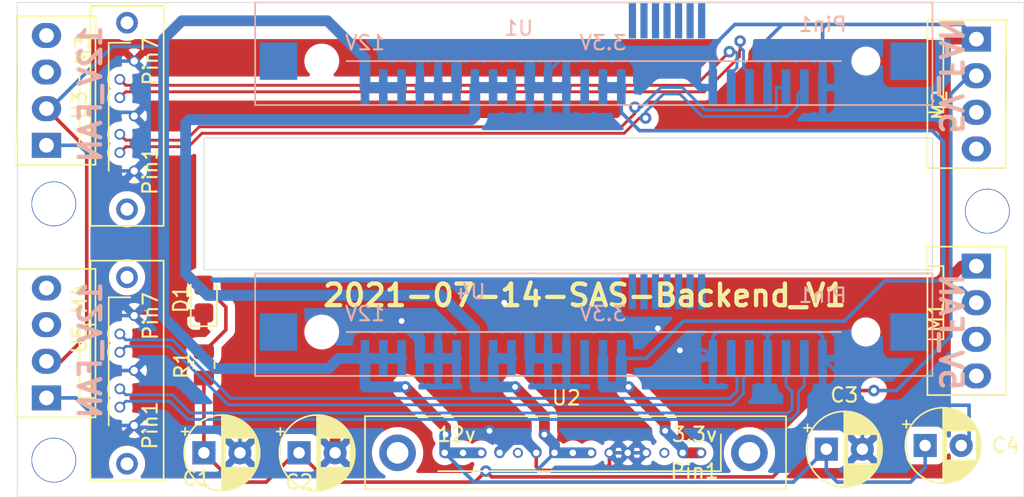
<source format=kicad_pcb>
(kicad_pcb (version 20171130) (host pcbnew "(5.1.10)-1")
  (layers (0 F.Cu signal) (31 B.Cu signal) (34 B.Paste user) (35 F.Paste user) (36 B.SilkS user) (37 F.SilkS user) (38 B.Mask user) (39 F.Mask user) (44 Edge.Cuts user))
  (net 0 "")
  (net 1 +12V)
  (net 2 GND)
  (net 3 +5V)
  (net 4 +3V3)
  (net 5 "Net-(D1-Pad2)")
  (net 6 /S1_TXD_P)
  (net 7 /S1_TXD_N)
  (net 8 /S1_RXD_N)
  (net 9 /S1_RXD_P)
  (net 10 /S2_TXD_P)
  (net 11 /S2_TXD_N)
  (net 12 /S2_RXD_N)
  (net 13 /S2_RXD_P)
  (module Capacitor_THT:CP_Radial_D5.0mm_P2.50mm (layer F.Cu) (at 44.704 64.262)
    (fp_text reference C1 (at -0.508 1.778) (layer F.SilkS))
    (fp_text value 220uF_16V)
    (pad 2 thru_hole circle (at 2.5 0) (size 1.6 1.6) (drill 0.8) (layers *.Cu *.Mask) (net 2 GND))
    (pad 1 thru_hole rect (at 0 0) (size 1.6 1.6) (drill 0.8) (layers *.Cu *.Mask) (net 3 +5V))
  )
  (module SATA:FanPinHeader_1x04_P2.54mm_Vertical (layer F.Cu) (at 33.782 60.452 90)
    (fp_text reference M4 (at 6.858 2.286 90) (layer F.SilkS))
    (fp_text value Fan_Tacho_PWM)
    (pad 1 thru_hole rect (at 0 0 180) (size 2.03 1.73) (drill 1.02) (layers *.Cu *.Mask) (net 2 GND))
    (pad 2 thru_hole oval (at 2.54 0 180) (size 2.03 1.73) (drill 1.02) (layers *.Cu *.Mask) (net 1 +12V))
    (pad 3 thru_hole oval (at 5.08 0 180) (size 2.03 1.73) (drill 1.02) (layers *.Cu *.Mask))
    (pad 4 thru_hole oval (at 7.62 0 180) (size 2.03 1.73) (drill 1.02) (layers *.Cu *.Mask))
  )
  (module SATA:FanPinHeader_1x04_P2.54mm_Vertical (layer F.Cu) (at 33.782 42.926 90)
    (fp_text reference M3 (at 6.604 2.54 90) (layer F.SilkS))
    (fp_text value Fan_Tacho_PWM)
    (pad 1 thru_hole rect (at 0 0 180) (size 2.03 1.73) (drill 1.02) (layers *.Cu *.Mask) (net 2 GND))
    (pad 2 thru_hole oval (at 2.54 0 180) (size 2.03 1.73) (drill 1.02) (layers *.Cu *.Mask) (net 1 +12V))
    (pad 3 thru_hole oval (at 5.08 0 180) (size 2.03 1.73) (drill 1.02) (layers *.Cu *.Mask))
    (pad 4 thru_hole oval (at 7.62 0 180) (size 2.03 1.73) (drill 1.02) (layers *.Cu *.Mask))
  )
  (module SATA:FanPinHeader_1x04_P2.54mm_Vertical (layer F.Cu) (at 98.298 35.56 270)
    (fp_text reference M2 (at 4.572 2.54 90) (layer F.SilkS))
    (fp_text value Fan_Tacho_PWM)
    (pad 1 thru_hole rect (at 0 0) (size 2.03 1.73) (drill 1.02) (layers *.Cu *.Mask) (net 2 GND))
    (pad 2 thru_hole oval (at 2.54 0) (size 2.03 1.73) (drill 1.02) (layers *.Cu *.Mask) (net 3 +5V))
    (pad 3 thru_hole oval (at 5.08 0) (size 2.03 1.73) (drill 1.02) (layers *.Cu *.Mask))
    (pad 4 thru_hole oval (at 7.62 0) (size 2.03 1.73) (drill 1.02) (layers *.Cu *.Mask))
  )
  (module SATA:FanPinHeader_1x04_P2.54mm_Vertical (layer F.Cu) (at 98.298 51.308 270)
    (fp_text reference M1 (at 3.556 2.794 90) (layer F.SilkS))
    (fp_text value Fan_Tacho_PWM)
    (pad 1 thru_hole rect (at 0 0) (size 2.03 1.73) (drill 1.02) (layers *.Cu *.Mask) (net 2 GND))
    (pad 2 thru_hole oval (at 2.54 0) (size 2.03 1.73) (drill 1.02) (layers *.Cu *.Mask) (net 3 +5V))
    (pad 3 thru_hole oval (at 5.08 0) (size 2.03 1.73) (drill 1.02) (layers *.Cu *.Mask))
    (pad 4 thru_hole oval (at 7.62 0) (size 2.03 1.73) (drill 1.02) (layers *.Cu *.Mask))
  )
  (module Resistor_SMD:R_0805_2012Metric (layer F.Cu) (at 44.704 58.166 90)
    (fp_text reference R1 (at 0 -1.524 90) (layer F.SilkS))
    (fp_text value 100R)
    (pad 2 smd roundrect (at 0.9125 0 90) (size 1.025 1.4) (layers F.Cu F.Paste F.Mask) (roundrect_rratio 0.2439014634146341) (net 5 "Net-(D1-Pad2)"))
    (pad 1 smd roundrect (at -0.9125 0 90) (size 1.025 1.4) (layers F.Cu F.Paste F.Mask) (roundrect_rratio 0.2439014634146341) (net 3 +5V))
  )
  (module LED_SMD:LED_0805_2012Metric_Castellated (layer F.Cu) (at 44.704 53.594 90)
    (fp_text reference D1 (at 0 -1.6 90) (layer F.SilkS))
    (fp_text value LED)
    (pad 2 smd roundrect (at 0.9625 0 90) (size 1.325 1.3) (layers F.Cu F.Paste F.Mask) (roundrect_rratio 0.1923076923076923) (net 5 "Net-(D1-Pad2)"))
    (pad 1 smd roundrect (at -0.9625 0 90) (size 1.325 1.3) (layers F.Cu F.Paste F.Mask) (roundrect_rratio 0.1923076923076923) (net 2 GND))
  )
  (module Capacitor_THT:CP_Radial_D5.0mm_P2.50mm (layer F.Cu) (at 94.742 63.754)
    (fp_text reference C4 (at 5.588 0) (layer F.SilkS))
    (fp_text value 47uF_35V)
    (pad 2 thru_hole circle (at 2.5 0) (size 1.6 1.6) (drill 0.8) (layers *.Cu *.Mask) (net 2 GND))
    (pad 1 thru_hole rect (at 0 0) (size 1.6 1.6) (drill 0.8) (layers *.Cu *.Mask) (net 1 +12V))
  )
  (module Capacitor_THT:CP_Radial_D5.0mm_P2.50mm (layer F.Cu) (at 87.884 64.008)
    (fp_text reference C3 (at 1.25 -3.75) (layer F.SilkS))
    (fp_text value 47uF_35V)
    (pad 2 thru_hole circle (at 2.5 0) (size 1.6 1.6) (drill 0.8) (layers *.Cu *.Mask) (net 2 GND))
    (pad 1 thru_hole rect (at 0 0) (size 1.6 1.6) (drill 0.8) (layers *.Cu *.Mask) (net 1 +12V))
  )
  (module Capacitor_THT:CP_Radial_D5.0mm_P2.50mm (layer F.Cu) (at 51.308 64.262)
    (fp_text reference C2 (at 0 2.032) (layer F.SilkS))
    (fp_text value 220uF_16V)
    (pad 2 thru_hole circle (at 2.5 0) (size 1.6 1.6) (drill 0.8) (layers *.Cu *.Mask) (net 2 GND))
    (pad 1 thru_hole rect (at 0 0) (size 1.6 1.6) (drill 0.8) (layers *.Cu *.Mask) (net 3 +5V))
  )
  (module SATA:SATA_POWER_DIP_15 (layer F.Cu) (at 82.55 64.262 180)
    (fp_text reference U2 (at 12.7 3.81) (layer F.SilkS))
    (fp_text value SATA_POWER_INPUT)
    (fp_text user Pin1 (at 3.81 -1.27) (layer F.SilkS))
    (fp_text user 12v (at 20.32 1.27) (layer F.SilkS))
    (fp_text user 3.3v (at 3.81 1.27) (layer F.SilkS))
    (pad 14 thru_hole circle (at 19.87 0 180) (size 0.7 0.7) (drill 0.45) (layers *.Cu *.Mask) (net 1 +12V))
    (pad 13 thru_hole circle (at 18.6 0 180) (size 0.7 0.7) (drill 0.45) (layers *.Cu *.Mask) (net 1 +12V))
    (pad 15 thru_hole circle (at 21.14 0 180) (size 0.7 0.7) (drill 0.45) (layers *.Cu *.Mask) (net 1 +12V))
    (pad 10 thru_hole circle (at 14.79 0 180) (size 0.7 0.7) (drill 0.45) (layers *.Cu *.Mask) (net 2 GND))
    (pad 12 thru_hole circle (at 17.33 0 180) (size 0.7 0.7) (drill 0.45) (layers *.Cu *.Mask) (net 2 GND))
    (pad 11 thru_hole circle (at 16.06 0 180) (size 0.7 0.7) (drill 0.45) (layers *.Cu *.Mask))
    (pad 9 thru_hole circle (at 13.52 0 180) (size 0.7 0.7) (drill 0.45) (layers *.Cu *.Mask) (net 3 +5V))
    (pad 8 thru_hole circle (at 12.25 0 180) (size 0.7 0.7) (drill 0.45) (layers *.Cu *.Mask) (net 3 +5V))
    (pad 7 thru_hole circle (at 10.98 0 180) (size 0.7 0.7) (drill 0.45) (layers *.Cu *.Mask) (net 3 +5V))
    (pad 6 thru_hole circle (at 9.71 0 180) (size 0.7 0.7) (drill 0.45) (layers *.Cu *.Mask) (net 2 GND))
    (pad 5 thru_hole circle (at 8.44 0 180) (size 0.7 0.7) (drill 0.45) (layers *.Cu *.Mask) (net 2 GND))
    (pad 4 thru_hole circle (at 7.17 0 180) (size 0.7 0.7) (drill 0.45) (layers *.Cu *.Mask) (net 2 GND))
    (pad 3 thru_hole circle (at 5.9 0 180) (size 0.7 0.7) (drill 0.45) (layers *.Cu *.Mask))
    (pad 2 thru_hole circle (at 4.63 0 180) (size 0.7 0.7) (drill 0.45) (layers *.Cu *.Mask) (net 4 +3V3))
    (pad 1 thru_hole circle (at 3.36 0 180) (size 0.7 0.7) (drill 0.45) (layers *.Cu *.Mask) (net 4 +3V3))
    (pad "" np_thru_hole circle (at 24.4094 0 180) (size 2.54 2.54) (drill 1.5) (layers *.Cu *.Mask))
    (pad "" np_thru_hole circle (at 0 0 180) (size 2.54 2.54) (drill 1.5) (layers *.Cu *.Mask))
  )
  (module SATA:SATA_DATA_DIP_A_7 (layer F.Cu) (at 39.37 62.364 90)
    (fp_text reference U5 (at 5.976 -3.302 90) (layer F.SilkS))
    (fp_text value SATA_DATA_7)
    (fp_text user Pin7 (at 7.5946 1.6256 90) (layer F.SilkS))
    (fp_text user Pin1 (at 0 1.6002 90) (layer F.SilkS))
    (pad "" np_thru_hole circle (at 10.28 0 90) (size 1.5 1.5) (drill 0.9) (layers *.Cu *.Mask))
    (pad "" np_thru_hole circle (at -2.66 0 90) (size 1.5 1.5) (drill 0.9) (layers *.Cu *.Mask))
    (pad 7 thru_hole circle (at 7.62 0.5 90) (size 0.75 0.75) (drill 0.5) (layers *.Cu *.Mask) (net 2 GND))
    (pad 6 thru_hole circle (at 6.35 -0.5 90) (size 0.75 0.75) (drill 0.5) (layers *.Cu *.Mask) (net 13 /S2_RXD_P))
    (pad 5 thru_hole circle (at 5.08 -0.5 90) (size 0.75 0.75) (drill 0.5) (layers *.Cu *.Mask) (net 12 /S2_RXD_N))
    (pad 4 thru_hole circle (at 3.81 0.5 90) (size 0.75 0.75) (drill 0.5) (layers *.Cu *.Mask) (net 2 GND))
    (pad 3 thru_hole circle (at 2.54 -0.5 90) (size 0.75 0.75) (drill 0.5) (layers *.Cu *.Mask) (net 11 /S2_TXD_N))
    (pad 2 thru_hole circle (at 1.27 -0.5 90) (size 0.75 0.75) (drill 0.5) (layers *.Cu *.Mask) (net 10 /S2_TXD_P))
    (pad 1 thru_hole circle (at 0 0.5 90) (size 0.75 0.75) (drill 0.5) (layers *.Cu *.Mask) (net 2 GND))
  )
  (module SATA:SATA_DATA_DIP_A_7 (layer F.Cu) (at 39.37 44.704 90)
    (fp_text reference U3 (at 4.572 -3.302 90) (layer F.SilkS))
    (fp_text value SATA_DATA_7)
    (fp_text user Pin7 (at 7.5946 1.6256 90) (layer F.SilkS))
    (fp_text user Pin1 (at 0 1.6002 90) (layer F.SilkS))
    (pad "" np_thru_hole circle (at 10.28 0 90) (size 1.5 1.5) (drill 0.9) (layers *.Cu *.Mask))
    (pad "" np_thru_hole circle (at -2.66 0 90) (size 1.5 1.5) (drill 0.9) (layers *.Cu *.Mask))
    (pad 7 thru_hole circle (at 7.62 0.5 90) (size 0.75 0.75) (drill 0.5) (layers *.Cu *.Mask) (net 2 GND))
    (pad 6 thru_hole circle (at 6.35 -0.5 90) (size 0.75 0.75) (drill 0.5) (layers *.Cu *.Mask) (net 9 /S1_RXD_P))
    (pad 5 thru_hole circle (at 5.08 -0.5 90) (size 0.75 0.75) (drill 0.5) (layers *.Cu *.Mask) (net 8 /S1_RXD_N))
    (pad 4 thru_hole circle (at 3.81 0.5 90) (size 0.75 0.75) (drill 0.5) (layers *.Cu *.Mask) (net 2 GND))
    (pad 3 thru_hole circle (at 2.54 -0.5 90) (size 0.75 0.75) (drill 0.5) (layers *.Cu *.Mask) (net 7 /S1_TXD_N))
    (pad 2 thru_hole circle (at 1.27 -0.5 90) (size 0.75 0.75) (drill 0.5) (layers *.Cu *.Mask) (net 6 /S1_TXD_P))
    (pad 1 thru_hole circle (at 0 0.5 90) (size 0.75 0.75) (drill 0.5) (layers *.Cu *.Mask) (net 2 GND))
  )
  (module SATA:SAS_SMD_29P (layer B.Cu) (at 55.88 55.88)
    (fp_text reference U4 (at 7.366 -2.794) (layer B.SilkS) (effects (justify mirror)))
    (fp_text value SAS_29)
    (fp_text user 12V (at 0 -1.27) (layer B.SilkS) (effects (justify mirror)))
    (fp_text user 3.3V (at 16.51 -1.27) (layer B.SilkS) (effects (justify mirror)))
    (fp_text user Pin1 (at 31.75 -2.54) (layer B.SilkS) (effects (justify mirror)))
    (pad "" smd rect (at 37.75 0) (size 2.6 2.6) (layers B.Cu B.Paste B.Mask))
    (pad "" smd rect (at -6 0) (size 2.6 2.6) (layers B.Cu B.Paste B.Mask))
    (pad "" np_thru_hole circle (at 34.75 0) (size 1 1) (drill 1) (layers *.Cu *.Mask))
    (pad "" np_thru_hole circle (at -3 0) (size 1.4 1.4) (drill 1.4) (layers *.Cu *.Mask))
    (pad 1 smd rect (at 31.75 1.83) (size 0.6 2.53) (layers B.Cu B.Paste B.Mask) (net 2 GND))
    (pad 2 smd rect (at 30.48 1.83) (size 0.6 2.53) (layers B.Cu B.Paste B.Mask) (net 10 /S2_TXD_P))
    (pad 3 smd rect (at 29.21 1.83) (size 0.6 2.53) (layers B.Cu B.Paste B.Mask) (net 11 /S2_TXD_N))
    (pad 4 smd rect (at 27.94 1.83) (size 0.6 2.53) (layers B.Cu B.Paste B.Mask) (net 2 GND))
    (pad 5 smd rect (at 26.67 1.83) (size 0.6 2.53) (layers B.Cu B.Paste B.Mask) (net 12 /S2_RXD_N))
    (pad 6 smd rect (at 25.4 1.83) (size 0.6 2.53) (layers B.Cu B.Paste B.Mask) (net 13 /S2_RXD_P))
    (pad 7 smd rect (at 24.13 1.83) (size 0.6 2.53) (layers B.Cu B.Paste B.Mask) (net 2 GND))
    (pad 8 smd rect (at 23.355 -2.84) (size 0.5 2.53) (layers B.Cu B.Paste B.Mask))
    (pad 9 smd rect (at 22.555 -2.84) (size 0.5 2.53) (layers B.Cu B.Paste B.Mask))
    (pad 10 smd rect (at 21.755 -2.84) (size 0.5 2.53) (layers B.Cu B.Paste B.Mask))
    (pad 11 smd rect (at 20.955 -2.84) (size 0.5 2.53) (layers B.Cu B.Paste B.Mask))
    (pad 12 smd rect (at 20.155 -2.84) (size 0.5 2.53) (layers B.Cu B.Paste B.Mask))
    (pad 13 smd rect (at 19.355 -2.84) (size 0.5 2.53) (layers B.Cu B.Paste B.Mask))
    (pad 14 smd rect (at 18.555 -2.84) (size 0.5 2.53) (layers B.Cu B.Paste B.Mask))
    (pad 15 smd rect (at 17.78 1.83) (size 0.6 2.53) (layers B.Cu B.Paste B.Mask) (net 4 +3V3))
    (pad 16 smd rect (at 16.51 1.83) (size 0.6 2.53) (layers B.Cu B.Paste B.Mask) (net 4 +3V3))
    (pad 17 smd rect (at 15.24 1.83) (size 0.6 2.53) (layers B.Cu B.Paste B.Mask))
    (pad 18 smd rect (at 13.97 1.83) (size 0.6 2.53) (layers B.Cu B.Paste B.Mask) (net 2 GND))
    (pad 19 smd rect (at 12.7 1.83) (size 0.6 2.53) (layers B.Cu B.Paste B.Mask) (net 2 GND))
    (pad 20 smd rect (at 11.43 1.83) (size 0.6 2.53) (layers B.Cu B.Paste B.Mask) (net 2 GND))
    (pad 21 smd rect (at 10.16 1.83) (size 0.6 2.53) (layers B.Cu B.Paste B.Mask) (net 3 +5V))
    (pad 22 smd rect (at 8.89 1.83) (size 0.6 2.53) (layers B.Cu B.Paste B.Mask) (net 3 +5V))
    (pad 23 smd rect (at 7.62 1.83) (size 0.6 2.53) (layers B.Cu B.Paste B.Mask) (net 3 +5V))
    (pad 24 smd rect (at 6.35 1.83) (size 0.6 2.53) (layers B.Cu B.Paste B.Mask) (net 2 GND))
    (pad 25 smd rect (at 5.08 1.83) (size 0.6 2.53) (layers B.Cu B.Paste B.Mask) (net 2 GND))
    (pad 26 smd rect (at 3.81 1.83) (size 0.6 2.53) (layers B.Cu B.Paste B.Mask) (net 2 GND))
    (pad 27 smd rect (at 2.54 1.83) (size 0.6 2.53) (layers B.Cu B.Paste B.Mask) (net 1 +12V))
    (pad 28 smd rect (at 1.27 1.83) (size 0.6 2.53) (layers B.Cu B.Paste B.Mask) (net 1 +12V))
    (pad 29 smd rect (at 0 1.83) (size 0.6 2.53) (layers B.Cu B.Paste B.Mask) (net 1 +12V))
  )
  (module SATA:SAS_SMD_29P (layer B.Cu) (at 55.88 37.084)
    (fp_text reference U1 (at 10.668 -2.286) (layer B.SilkS) (effects (justify mirror)))
    (fp_text value SAS_29)
    (fp_text user 12V (at 0 -1.27) (layer B.SilkS) (effects (justify mirror)))
    (fp_text user 3.3V (at 16.51 -1.27) (layer B.SilkS) (effects (justify mirror)))
    (fp_text user Pin1 (at 31.75 -2.54) (layer B.SilkS) (effects (justify mirror)))
    (pad "" smd rect (at 37.75 0) (size 2.6 2.6) (layers B.Cu B.Paste B.Mask))
    (pad "" smd rect (at -6 0) (size 2.6 2.6) (layers B.Cu B.Paste B.Mask))
    (pad "" np_thru_hole circle (at 34.75 0) (size 1 1) (drill 1) (layers *.Cu *.Mask))
    (pad "" np_thru_hole circle (at -3 0) (size 1.4 1.4) (drill 1.4) (layers *.Cu *.Mask))
    (pad 1 smd rect (at 31.75 1.83) (size 0.6 2.53) (layers B.Cu B.Paste B.Mask) (net 2 GND))
    (pad 2 smd rect (at 30.48 1.83) (size 0.6 2.53) (layers B.Cu B.Paste B.Mask) (net 6 /S1_TXD_P))
    (pad 3 smd rect (at 29.21 1.83) (size 0.6 2.53) (layers B.Cu B.Paste B.Mask) (net 7 /S1_TXD_N))
    (pad 4 smd rect (at 27.94 1.83) (size 0.6 2.53) (layers B.Cu B.Paste B.Mask) (net 2 GND))
    (pad 5 smd rect (at 26.67 1.83) (size 0.6 2.53) (layers B.Cu B.Paste B.Mask) (net 8 /S1_RXD_N))
    (pad 6 smd rect (at 25.4 1.83) (size 0.6 2.53) (layers B.Cu B.Paste B.Mask) (net 9 /S1_RXD_P))
    (pad 7 smd rect (at 24.13 1.83) (size 0.6 2.53) (layers B.Cu B.Paste B.Mask) (net 2 GND))
    (pad 8 smd rect (at 23.355 -2.84) (size 0.5 2.53) (layers B.Cu B.Paste B.Mask))
    (pad 9 smd rect (at 22.555 -2.84) (size 0.5 2.53) (layers B.Cu B.Paste B.Mask))
    (pad 10 smd rect (at 21.755 -2.84) (size 0.5 2.53) (layers B.Cu B.Paste B.Mask))
    (pad 11 smd rect (at 20.955 -2.84) (size 0.5 2.53) (layers B.Cu B.Paste B.Mask))
    (pad 12 smd rect (at 20.155 -2.84) (size 0.5 2.53) (layers B.Cu B.Paste B.Mask))
    (pad 13 smd rect (at 19.355 -2.84) (size 0.5 2.53) (layers B.Cu B.Paste B.Mask))
    (pad 14 smd rect (at 18.555 -2.84) (size 0.5 2.53) (layers B.Cu B.Paste B.Mask))
    (pad 15 smd rect (at 17.78 1.83) (size 0.6 2.53) (layers B.Cu B.Paste B.Mask) (net 4 +3V3))
    (pad 16 smd rect (at 16.51 1.83) (size 0.6 2.53) (layers B.Cu B.Paste B.Mask) (net 4 +3V3))
    (pad 17 smd rect (at 15.24 1.83) (size 0.6 2.53) (layers B.Cu B.Paste B.Mask))
    (pad 18 smd rect (at 13.97 1.83) (size 0.6 2.53) (layers B.Cu B.Paste B.Mask) (net 2 GND))
    (pad 19 smd rect (at 12.7 1.83) (size 0.6 2.53) (layers B.Cu B.Paste B.Mask) (net 2 GND))
    (pad 20 smd rect (at 11.43 1.83) (size 0.6 2.53) (layers B.Cu B.Paste B.Mask) (net 2 GND))
    (pad 21 smd rect (at 10.16 1.83) (size 0.6 2.53) (layers B.Cu B.Paste B.Mask) (net 3 +5V))
    (pad 22 smd rect (at 8.89 1.83) (size 0.6 2.53) (layers B.Cu B.Paste B.Mask) (net 3 +5V))
    (pad 23 smd rect (at 7.62 1.83) (size 0.6 2.53) (layers B.Cu B.Paste B.Mask) (net 3 +5V))
    (pad 24 smd rect (at 6.35 1.83) (size 0.6 2.53) (layers B.Cu B.Paste B.Mask) (net 2 GND))
    (pad 25 smd rect (at 5.08 1.83) (size 0.6 2.53) (layers B.Cu B.Paste B.Mask) (net 2 GND))
    (pad 26 smd rect (at 3.81 1.83) (size 0.6 2.53) (layers B.Cu B.Paste B.Mask) (net 2 GND))
    (pad 27 smd rect (at 2.54 1.83) (size 0.6 2.53) (layers B.Cu B.Paste B.Mask) (net 1 +12V))
    (pad 28 smd rect (at 1.27 1.83) (size 0.6 2.53) (layers B.Cu B.Paste B.Mask) (net 1 +12V))
    (pad 29 smd rect (at 0 1.83) (size 0.6 2.53) (layers B.Cu B.Paste B.Mask) (net 1 +12V))
  )
  (gr_text 2021-07-14-SAS-Backend_V1 (at 71.12 53.34) (layer F.SilkS) (effects (font (size 1.5 1.5) (thickness 0.3))))
  (gr_text 12V_FAN (at 36.83 39.37 90) (layer B.SilkS) (effects (font (size 1.5 1.5) (thickness 0.3)) (justify mirror)))
  (gr_text 12V_FAN (at 36.83 57.15 90) (layer B.SilkS) (effects (font (size 1.5 1.5) (thickness 0.3)) (justify mirror)))
  (gr_text 5V_FAN (at 96.52 55.88 -90) (layer B.SilkS) (effects (font (size 1.5 1.5) (thickness 0.3)) (justify mirror)))
  (gr_text 5V_FAN (at 96.52 38.1 -90) (layer B.SilkS) (effects (font (size 1.5 1.5) (thickness 0.3)) (justify mirror)))
  (gr_line (start 44.704 42.418) (end 44.704 42.418) (layer Edge.Cuts) (width 0.05))
  (gr_line (start 95.25 42.418) (end 44.704 42.418) (layer Edge.Cuts) (width 0.05))
  (gr_line (start 95.25 51.562) (end 95.25 42.418) (layer Edge.Cuts) (width 0.05))
  (gr_line (start 44.704 51.562) (end 95.25 51.562) (layer Edge.Cuts) (width 0.05))
  (gr_line (start 44.704 42.418) (end 44.704 51.562) (layer Edge.Cuts) (width 0.05))
  (gr_line (start 31.75 67.31) (end 101.6 67.31) (layer Edge.Cuts) (width 0.05))
  (gr_line (start 101.6 33.02) (end 31.75 33.02) (layer Edge.Cuts) (width 0.05))
  (gr_line (start 101.6 67.31) (end 101.6 33.02) (layer Edge.Cuts) (width 0.05))
  (gr_line (start 31.75 33.02) (end 31.75 67.31) (layer Edge.Cuts) (width 0.05))
  (via (at 34.29 46.99) (size 3.1) (drill 3) (layers F.Cu B.Cu) (net 0))
  (via (at 99.06 47.498) (size 3.1) (drill 3) (layers F.Cu B.Cu) (net 0))
  (via (at 34.29 64.77) (size 3.1) (drill 3) (layers F.Cu B.Cu) (net 0))
  (segment (start 61.41 64.262) (end 62.68 64.262) (width 0.75) (layer B.Cu) (net 1))
  (segment (start 62.68 64.262) (end 63.95 64.262) (width 0.75) (layer B.Cu) (net 1))
  (via (at 61.468 62.992) (size 0.8) (drill 0.4) (layers F.Cu B.Cu) (net 1))
  (segment (start 61.41 63.05) (end 61.468 62.992) (width 0.75) (layer B.Cu) (net 1))
  (segment (start 61.41 64.262) (end 61.41 63.05) (width 0.75) (layer B.Cu) (net 1))
  (via (at 58.674 59.69) (size 0.8) (drill 0.4) (layers F.Cu B.Cu) (net 1))
  (segment (start 61.468 62.484) (end 58.674 59.69) (width 0.75) (layer F.Cu) (net 1))
  (segment (start 61.468 62.992) (end 61.468 62.484) (width 0.75) (layer F.Cu) (net 1))
  (segment (start 55.88 59.69) (end 55.88 57.71) (width 0.75) (layer B.Cu) (net 1))
  (segment (start 58.674 59.69) (end 55.88 59.69) (width 0.75) (layer B.Cu) (net 1))
  (segment (start 55.88 57.71) (end 57.15 57.71) (width 0.75) (layer B.Cu) (net 1))
  (segment (start 57.15 57.71) (end 58.42 57.71) (width 0.75) (layer B.Cu) (net 1))
  (segment (start 61.41 64.262) (end 63.442 66.294) (width 0.25) (layer B.Cu) (net 1))
  (segment (start 85.598 66.294) (end 87.884 64.008) (width 0.25) (layer B.Cu) (net 1))
  (segment (start 63.442 66.294) (end 85.598 66.294) (width 0.25) (layer B.Cu) (net 1))
  (segment (start 87.884 64.008) (end 87.884 65.532) (width 0.25) (layer B.Cu) (net 1))
  (segment (start 87.884 65.532) (end 88.646 66.294) (width 0.25) (layer B.Cu) (net 1))
  (segment (start 88.646 66.294) (end 93.726 66.294) (width 0.25) (layer B.Cu) (net 1))
  (segment (start 94.742 65.278) (end 94.742 63.754) (width 0.25) (layer B.Cu) (net 1))
  (segment (start 93.726 66.294) (end 94.742 65.278) (width 0.25) (layer B.Cu) (net 1))
  (segment (start 55.88 57.71) (end 54.05 57.71) (width 0.75) (layer B.Cu) (net 1))
  (segment (start 54.05 57.71) (end 53.34 58.42) (width 0.75) (layer B.Cu) (net 1))
  (segment (start 45.468808 58.42) (end 41.91 54.861192) (width 0.75) (layer B.Cu) (net 1))
  (segment (start 53.34 58.42) (end 45.468808 58.42) (width 0.75) (layer B.Cu) (net 1))
  (segment (start 41.91 35.56) (end 43.18 34.29) (width 0.75) (layer B.Cu) (net 1))
  (segment (start 55.88 36.899) (end 55.88 38.914) (width 0.75) (layer B.Cu) (net 1))
  (segment (start 53.271 34.29) (end 55.88 36.899) (width 0.75) (layer B.Cu) (net 1))
  (segment (start 43.18 34.29) (end 53.271 34.29) (width 0.75) (layer B.Cu) (net 1))
  (segment (start 55.88 38.914) (end 57.15 38.914) (width 0.75) (layer B.Cu) (net 1))
  (segment (start 57.15 38.914) (end 58.42 38.914) (width 0.75) (layer B.Cu) (net 1))
  (segment (start 33.782 40.386) (end 34.036 40.386) (width 0.25) (layer B.Cu) (net 1))
  (segment (start 34.036 40.386) (end 38.354 36.068) (width 0.25) (layer B.Cu) (net 1))
  (segment (start 41.91 36.068) (end 41.91 35.56) (width 0.75) (layer B.Cu) (net 1))
  (segment (start 38.354 36.068) (end 41.91 36.068) (width 0.25) (layer B.Cu) (net 1))
  (segment (start 41.91 54.861192) (end 41.91 36.068) (width 0.75) (layer B.Cu) (net 1))
  (segment (start 33.782 57.912) (end 34.036 57.912) (width 0.25) (layer B.Cu) (net 1))
  (segment (start 33.782 57.912) (end 34.798 57.912) (width 0.25) (layer F.Cu) (net 1))
  (segment (start 34.798 57.912) (end 36.576 56.134) (width 0.25) (layer F.Cu) (net 1))
  (segment (start 36.576 43.18) (end 33.782 40.386) (width 0.25) (layer F.Cu) (net 1))
  (segment (start 36.576 56.134) (end 36.576 43.18) (width 0.25) (layer F.Cu) (net 1))
  (segment (start 80.01 56.195) (end 80.325 55.88) (width 0.25) (layer B.Cu) (net 2))
  (segment (start 80.01 57.71) (end 80.01 56.195) (width 0.25) (layer B.Cu) (net 2))
  (segment (start 83.505 55.88) (end 83.82 56.195) (width 0.25) (layer B.Cu) (net 2))
  (segment (start 80.325 55.88) (end 83.505 55.88) (width 0.25) (layer B.Cu) (net 2))
  (segment (start 83.82 56.195) (end 83.82 57.71) (width 0.25) (layer B.Cu) (net 2))
  (segment (start 83.82 56.195) (end 84.135 55.88) (width 0.25) (layer B.Cu) (net 2))
  (segment (start 87.63 56.195) (end 87.63 57.71) (width 0.25) (layer B.Cu) (net 2))
  (segment (start 87.315 55.88) (end 87.63 56.195) (width 0.25) (layer B.Cu) (net 2))
  (segment (start 84.135 55.88) (end 87.315 55.88) (width 0.25) (layer B.Cu) (net 2))
  (segment (start 72.84 64.262) (end 74.11 64.262) (width 0.25) (layer B.Cu) (net 2))
  (segment (start 74.11 64.262) (end 75.38 64.262) (width 0.25) (layer B.Cu) (net 2))
  (segment (start 90.384 60.464) (end 87.63 57.71) (width 0.25) (layer B.Cu) (net 2))
  (segment (start 90.384 64.008) (end 90.384 60.464) (width 0.25) (layer B.Cu) (net 2))
  (segment (start 97.79 63.206) (end 97.242 63.754) (width 0.25) (layer B.Cu) (net 2))
  (segment (start 97.79 60.96) (end 97.79 63.206) (width 0.25) (layer B.Cu) (net 2))
  (segment (start 91.44 60.96) (end 97.79 60.96) (width 0.25) (layer B.Cu) (net 2))
  (segment (start 90.384 62.016) (end 91.44 60.96) (width 0.25) (layer B.Cu) (net 2))
  (segment (start 90.384 64.008) (end 90.384 62.016) (width 0.25) (layer B.Cu) (net 2))
  (segment (start 59.69 38.914) (end 60.96 38.914) (width 0.75) (layer B.Cu) (net 2))
  (segment (start 60.96 38.914) (end 62.23 38.914) (width 0.75) (layer B.Cu) (net 2))
  (segment (start 68.58 38.914) (end 69.85 38.914) (width 0.75) (layer B.Cu) (net 2))
  (segment (start 67.31 38.914) (end 68.58 38.914) (width 0.75) (layer B.Cu) (net 2))
  (segment (start 59.69 57.71) (end 60.96 57.71) (width 0.75) (layer B.Cu) (net 2))
  (segment (start 60.96 57.71) (end 62.23 57.71) (width 0.75) (layer B.Cu) (net 2))
  (segment (start 67.31 57.71) (end 68.58 57.71) (width 0.75) (layer B.Cu) (net 2))
  (segment (start 68.58 57.71) (end 69.544 57.71) (width 0.75) (layer B.Cu) (net 2))
  (segment (start 69.544 57.71) (end 69.85 57.71) (width 0.25) (layer B.Cu) (net 2))
  (segment (start 62.23 38.914) (end 62.23 36.576) (width 0.75) (layer B.Cu) (net 2))
  (segment (start 62.23 36.576) (end 62.738 36.068) (width 0.75) (layer B.Cu) (net 2))
  (segment (start 67.31 36.899) (end 67.31 38.914) (width 0.75) (layer B.Cu) (net 2))
  (segment (start 66.479 36.068) (end 67.31 36.899) (width 0.75) (layer B.Cu) (net 2))
  (segment (start 62.738 36.068) (end 66.479 36.068) (width 0.75) (layer B.Cu) (net 2))
  (segment (start 79.502 36.576) (end 81.534 34.544) (width 0.25) (layer B.Cu) (net 2))
  (segment (start 97.282 34.544) (end 98.298 35.56) (width 0.25) (layer B.Cu) (net 2))
  (segment (start 69.85 36.576) (end 79.502 36.576) (width 0.25) (layer B.Cu) (net 2))
  (segment (start 68.58 37.846) (end 69.85 36.576) (width 0.25) (layer B.Cu) (net 2))
  (segment (start 68.58 38.914) (end 68.58 37.846) (width 0.25) (layer B.Cu) (net 2))
  (segment (start 87.63 38.914) (end 87.63 34.798) (width 0.25) (layer B.Cu) (net 2))
  (segment (start 87.63 34.798) (end 87.884 34.544) (width 0.25) (layer B.Cu) (net 2))
  (segment (start 87.884 34.544) (end 97.282 34.544) (width 0.25) (layer B.Cu) (net 2))
  (segment (start 83.82 35.56) (end 84.836 34.544) (width 0.25) (layer B.Cu) (net 2))
  (segment (start 83.82 38.914) (end 83.82 35.56) (width 0.25) (layer B.Cu) (net 2))
  (segment (start 84.836 34.544) (end 87.884 34.544) (width 0.25) (layer B.Cu) (net 2))
  (segment (start 81.534 34.544) (end 84.836 34.544) (width 0.25) (layer B.Cu) (net 2))
  (segment (start 80.01 37.084) (end 79.502 36.576) (width 0.25) (layer B.Cu) (net 2))
  (segment (start 80.01 38.914) (end 80.01 37.084) (width 0.25) (layer B.Cu) (net 2))
  (via (at 58.42 55.118) (size 0.8) (drill 0.4) (layers F.Cu B.Cu) (net 2))
  (segment (start 59.69 56.388) (end 58.42 55.118) (width 0.75) (layer B.Cu) (net 2))
  (segment (start 59.69 57.71) (end 59.69 56.388) (width 0.75) (layer B.Cu) (net 2))
  (segment (start 53.808 59.73) (end 53.808 64.262) (width 0.75) (layer F.Cu) (net 2))
  (segment (start 58.42 55.118) (end 53.808 59.73) (width 0.75) (layer F.Cu) (net 2))
  (segment (start 67.31 57.71) (end 67.31 55.626) (width 0.75) (layer B.Cu) (net 2))
  (via (at 65.532 53.848) (size 0.8) (drill 0.4) (layers F.Cu B.Cu) (net 2))
  (segment (start 67.31 55.626) (end 65.532 53.848) (width 0.75) (layer B.Cu) (net 2))
  (segment (start 64.262 55.118) (end 58.42 55.118) (width 0.75) (layer F.Cu) (net 2))
  (segment (start 65.532 53.848) (end 64.262 55.118) (width 0.75) (layer F.Cu) (net 2))
  (segment (start 39.87 37.084) (end 38.354 37.084) (width 0.25) (layer B.Cu) (net 2))
  (segment (start 38.354 37.084) (end 37.084 38.354) (width 0.25) (layer B.Cu) (net 2))
  (segment (start 37.084 38.354) (end 37.084 40.64) (width 0.25) (layer B.Cu) (net 2))
  (segment (start 39.616 40.64) (end 39.87 40.894) (width 0.25) (layer B.Cu) (net 2))
  (segment (start 37.084 40.64) (end 39.616 40.64) (width 0.25) (layer B.Cu) (net 2))
  (segment (start 37.084 40.64) (end 37.084 43.942) (width 0.25) (layer B.Cu) (net 2))
  (segment (start 37.846 44.704) (end 39.87 44.704) (width 0.25) (layer B.Cu) (net 2))
  (segment (start 37.084 43.942) (end 37.846 44.704) (width 0.25) (layer B.Cu) (net 2))
  (segment (start 37.084 43.942) (end 37.084 53.34) (width 0.25) (layer B.Cu) (net 2))
  (segment (start 38.488 54.744) (end 39.87 54.744) (width 0.25) (layer B.Cu) (net 2))
  (segment (start 37.084 53.34) (end 38.488 54.744) (width 0.25) (layer B.Cu) (net 2))
  (segment (start 37.084 53.34) (end 37.084 57.912) (width 0.25) (layer B.Cu) (net 2))
  (segment (start 37.726 58.554) (end 39.87 58.554) (width 0.25) (layer B.Cu) (net 2))
  (segment (start 37.084 57.912) (end 37.726 58.554) (width 0.25) (layer B.Cu) (net 2))
  (segment (start 37.084 57.912) (end 37.084 61.722) (width 0.25) (layer B.Cu) (net 2))
  (segment (start 37.726 62.364) (end 39.87 62.364) (width 0.25) (layer B.Cu) (net 2))
  (segment (start 37.084 61.722) (end 37.726 62.364) (width 0.25) (layer B.Cu) (net 2))
  (segment (start 52.284 62.738) (end 53.808 64.262) (width 0.25) (layer B.Cu) (net 2))
  (segment (start 48.728 62.738) (end 52.284 62.738) (width 0.25) (layer B.Cu) (net 2))
  (segment (start 47.204 64.262) (end 48.728 62.738) (width 0.25) (layer B.Cu) (net 2))
  (segment (start 47.204 64.262) (end 47.204 62.952) (width 0.25) (layer B.Cu) (net 2))
  (segment (start 47.204 62.952) (end 46.736 62.484) (width 0.25) (layer B.Cu) (net 2))
  (segment (start 39.99 62.484) (end 39.87 62.364) (width 0.25) (layer B.Cu) (net 2))
  (segment (start 46.736 62.484) (end 39.99 62.484) (width 0.25) (layer B.Cu) (net 2))
  (segment (start 67.31 55.626) (end 76.2 55.626) (width 0.25) (layer B.Cu) (net 2))
  (via (at 76.2 55.626) (size 0.8) (drill 0.4) (layers F.Cu B.Cu) (net 2))
  (segment (start 76.2 55.626) (end 77.724 57.15) (width 0.25) (layer F.Cu) (net 2))
  (via (at 77.724 57.15) (size 0.8) (drill 0.4) (layers F.Cu B.Cu) (net 2))
  (segment (start 79.45 57.15) (end 80.01 57.71) (width 0.25) (layer B.Cu) (net 2))
  (segment (start 77.724 57.15) (end 79.45 57.15) (width 0.25) (layer B.Cu) (net 2))
  (segment (start 72.84 64.262) (end 72.84 64.574) (width 0.25) (layer B.Cu) (net 2))
  (segment (start 72.84 64.262) (end 72.84 65.082) (width 0.25) (layer F.Cu) (net 2))
  (segment (start 72.84 65.082) (end 72.440011 65.481989) (width 0.25) (layer F.Cu) (net 2))
  (segment (start 72.440011 65.481989) (end 68.021989 65.481989) (width 0.25) (layer F.Cu) (net 2))
  (segment (start 67.76 65.22) (end 67.76 64.262) (width 0.25) (layer F.Cu) (net 2))
  (segment (start 68.021989 65.481989) (end 67.76 65.22) (width 0.25) (layer F.Cu) (net 2))
  (segment (start 67.76 64.162998) (end 67.76 64.262) (width 0.75) (layer B.Cu) (net 2))
  (segment (start 66.934001 63.336999) (end 67.76 64.162998) (width 0.75) (layer B.Cu) (net 2))
  (segment (start 66.045999 63.336999) (end 66.934001 63.336999) (width 0.75) (layer B.Cu) (net 2))
  (segment (start 65.22 64.162998) (end 66.045999 63.336999) (width 0.75) (layer B.Cu) (net 2))
  (segment (start 65.22 64.262) (end 65.22 64.162998) (width 0.75) (layer B.Cu) (net 2))
  (via (at 64.516 62.738) (size 0.8) (drill 0.4) (layers F.Cu B.Cu) (net 2))
  (segment (start 65.114999 63.336999) (end 64.516 62.738) (width 0.75) (layer B.Cu) (net 2))
  (segment (start 66.045999 63.336999) (end 65.114999 63.336999) (width 0.75) (layer B.Cu) (net 2))
  (segment (start 64.516 54.864) (end 65.532 53.848) (width 0.75) (layer F.Cu) (net 2))
  (segment (start 64.516 62.738) (end 64.516 54.864) (width 0.75) (layer F.Cu) (net 2))
  (segment (start 40.0575 54.5565) (end 39.87 54.744) (width 0.25) (layer F.Cu) (net 2))
  (segment (start 44.704 54.5565) (end 40.0575 54.5565) (width 0.25) (layer F.Cu) (net 2))
  (segment (start 35.814 60.452) (end 37.084 61.722) (width 0.25) (layer B.Cu) (net 2))
  (segment (start 33.782 60.452) (end 35.814 60.452) (width 0.25) (layer B.Cu) (net 2))
  (segment (start 36.068 42.926) (end 37.084 43.942) (width 0.25) (layer B.Cu) (net 2))
  (segment (start 33.782 42.926) (end 36.068 42.926) (width 0.25) (layer B.Cu) (net 2))
  (segment (start 96.52 35.56) (end 95.25 36.83) (width 0.75) (layer F.Cu) (net 2))
  (segment (start 98.298 35.56) (end 96.52 35.56) (width 0.75) (layer F.Cu) (net 2))
  (segment (start 97.282 51.308) (end 96.52 52.07) (width 0.75) (layer F.Cu) (net 2))
  (segment (start 98.298 51.308) (end 97.282 51.308) (width 0.75) (layer F.Cu) (net 2))
  (segment (start 96.52 52.07) (end 95.25 53.34) (width 0.25) (layer F.Cu) (net 2))
  (segment (start 69.03 64.262) (end 70.3 64.262) (width 0.75) (layer B.Cu) (net 3))
  (segment (start 70.3 64.262) (end 71.57 64.262) (width 0.75) (layer B.Cu) (net 3))
  (segment (start 69.03 63.696) (end 68.326 62.992) (width 0.75) (layer B.Cu) (net 3))
  (via (at 68.326 62.992) (size 0.8) (drill 0.4) (layers F.Cu B.Cu) (net 3))
  (segment (start 69.03 64.262) (end 69.03 63.696) (width 0.75) (layer B.Cu) (net 3))
  (via (at 66.294 59.69) (size 0.8) (drill 0.4) (layers F.Cu B.Cu) (net 3))
  (segment (start 68.326 61.722) (end 66.294 59.69) (width 0.75) (layer F.Cu) (net 3))
  (segment (start 68.326 62.992) (end 68.326 61.722) (width 0.75) (layer F.Cu) (net 3))
  (segment (start 63.5 57.71) (end 63.5 59.69) (width 0.75) (layer B.Cu) (net 3))
  (segment (start 64.77 59.69) (end 64.77 57.71) (width 0.75) (layer B.Cu) (net 3))
  (segment (start 66.294 59.69) (end 64.77 59.69) (width 0.75) (layer B.Cu) (net 3))
  (segment (start 64.77 59.69) (end 63.5 59.69) (width 0.75) (layer B.Cu) (net 3))
  (segment (start 64.77 57.71) (end 66.04 57.71) (width 0.75) (layer B.Cu) (net 3))
  (segment (start 69.03 64.262) (end 67.76 65.532) (width 0.25) (layer B.Cu) (net 3))
  (via (at 64.262 65.532) (size 0.8) (drill 0.4) (layers F.Cu B.Cu) (net 3))
  (segment (start 67.76 65.532) (end 64.262 65.532) (width 0.25) (layer B.Cu) (net 3))
  (segment (start 64.262 65.532) (end 63.5 66.294) (width 0.25) (layer F.Cu) (net 3))
  (segment (start 53.34 66.294) (end 51.308 64.262) (width 0.25) (layer F.Cu) (net 3))
  (segment (start 63.5 66.294) (end 53.34 66.294) (width 0.25) (layer F.Cu) (net 3))
  (segment (start 51.308 64.262) (end 51.054 64.262) (width 0.25) (layer F.Cu) (net 3))
  (segment (start 51.054 64.262) (end 49.022 66.294) (width 0.25) (layer F.Cu) (net 3))
  (segment (start 46.736 66.294) (end 44.704 64.262) (width 0.25) (layer F.Cu) (net 3))
  (segment (start 49.022 66.294) (end 46.736 66.294) (width 0.25) (layer F.Cu) (net 3))
  (segment (start 44.704 64.262) (end 44.704 59.0785) (width 0.25) (layer F.Cu) (net 3))
  (segment (start 63.281 41.148) (end 63.5 40.929) (width 0.75) (layer B.Cu) (net 3))
  (segment (start 43.434 41.402) (end 43.688 41.148) (width 0.75) (layer B.Cu) (net 3))
  (segment (start 43.434 51.816) (end 43.434 41.402) (width 0.75) (layer B.Cu) (net 3))
  (segment (start 44.958 53.34) (end 43.434 51.816) (width 0.75) (layer B.Cu) (net 3))
  (segment (start 43.688 41.148) (end 63.281 41.148) (width 0.75) (layer B.Cu) (net 3))
  (segment (start 61.145 53.34) (end 44.958 53.34) (width 0.75) (layer B.Cu) (net 3))
  (segment (start 63.5 55.695) (end 61.145 53.34) (width 0.75) (layer B.Cu) (net 3))
  (segment (start 63.5 40.929) (end 63.5 38.914) (width 0.75) (layer B.Cu) (net 3))
  (segment (start 63.5 57.71) (end 63.5 55.695) (width 0.75) (layer B.Cu) (net 3))
  (segment (start 63.5 38.914) (end 64.77 38.914) (width 0.75) (layer B.Cu) (net 3))
  (segment (start 64.77 38.914) (end 66.04 38.914) (width 0.75) (layer B.Cu) (net 3))
  (segment (start 98.298 38.1) (end 97.79 38.1) (width 0.25) (layer B.Cu) (net 3))
  (segment (start 97.79 38.1) (end 96.52 39.37) (width 0.25) (layer B.Cu) (net 3))
  (segment (start 96.52 39.37) (end 96.52 52.832) (width 0.25) (layer B.Cu) (net 3))
  (segment (start 97.282 52.832) (end 98.298 53.848) (width 0.25) (layer B.Cu) (net 3))
  (segment (start 96.52 52.832) (end 97.282 52.832) (width 0.25) (layer B.Cu) (net 3))
  (segment (start 96.52 56.175002) (end 92.751002 59.944) (width 0.25) (layer B.Cu) (net 3))
  (segment (start 96.52 52.832) (end 96.52 56.175002) (width 0.25) (layer B.Cu) (net 3))
  (via (at 91.186 59.944) (size 0.8) (drill 0.4) (layers F.Cu B.Cu) (net 3))
  (segment (start 92.751002 59.944) (end 91.186 59.944) (width 0.25) (layer B.Cu) (net 3))
  (segment (start 91.186 59.944) (end 88.646 59.944) (width 0.25) (layer F.Cu) (net 3))
  (segment (start 88.646 59.944) (end 84.836 63.754) (width 0.25) (layer F.Cu) (net 3))
  (segment (start 84.836 63.754) (end 84.836 65.278) (width 0.25) (layer F.Cu) (net 3))
  (segment (start 64.661999 65.931999) (end 64.262 65.532) (width 0.25) (layer F.Cu) (net 3))
  (segment (start 84.182001 65.931999) (end 64.661999 65.931999) (width 0.25) (layer F.Cu) (net 3))
  (segment (start 84.836 65.278) (end 84.182001 65.931999) (width 0.25) (layer F.Cu) (net 3))
  (segment (start 77.92 63.95) (end 76.708 62.738) (width 0.75) (layer B.Cu) (net 4))
  (via (at 76.708 62.738) (size 0.8) (drill 0.4) (layers F.Cu B.Cu) (net 4))
  (segment (start 77.92 64.262) (end 77.92 63.95) (width 0.75) (layer B.Cu) (net 4))
  (via (at 74.168 59.69) (size 0.8) (drill 0.4) (layers F.Cu B.Cu) (net 4))
  (segment (start 76.708 62.23) (end 74.168 59.69) (width 0.75) (layer F.Cu) (net 4))
  (segment (start 76.708 62.738) (end 76.708 62.23) (width 0.75) (layer F.Cu) (net 4))
  (segment (start 72.39 59.69) (end 72.39 57.71) (width 0.75) (layer B.Cu) (net 4))
  (segment (start 73.66 59.69) (end 73.66 57.71) (width 0.75) (layer B.Cu) (net 4))
  (segment (start 74.168 59.69) (end 73.66 59.69) (width 0.75) (layer B.Cu) (net 4))
  (segment (start 73.66 59.69) (end 72.39 59.69) (width 0.75) (layer B.Cu) (net 4))
  (segment (start 72.39 38.914) (end 73.66 38.914) (width 0.75) (layer B.Cu) (net 4))
  (segment (start 73.66 57.71) (end 73.66 57.658) (width 0.75) (layer B.Cu) (net 4))
  (segment (start 73.66 57.71) (end 75.386 57.71) (width 0.25) (layer B.Cu) (net 4))
  (segment (start 75.386 57.71) (end 77.978 55.118) (width 0.25) (layer B.Cu) (net 4))
  (segment (start 89.154 55.118) (end 91.948 52.324) (width 0.25) (layer B.Cu) (net 4))
  (segment (start 77.978 55.118) (end 89.154 55.118) (width 0.25) (layer B.Cu) (net 4))
  (segment (start 91.948 52.324) (end 95.758 52.324) (width 0.25) (layer B.Cu) (net 4))
  (segment (start 95.758 52.324) (end 96.012 52.07) (width 0.25) (layer B.Cu) (net 4))
  (segment (start 96.012 52.07) (end 96.012 42.685012) (width 0.25) (layer B.Cu) (net 4))
  (segment (start 95.236988 41.91) (end 95.243494 41.916506) (width 0.25) (layer B.Cu) (net 4))
  (segment (start 96.012 42.685012) (end 95.243494 41.916506) (width 0.25) (layer B.Cu) (net 4))
  (segment (start 73.66 38.914) (end 73.66 40.429) (width 0.25) (layer B.Cu) (net 4))
  (segment (start 73.66 40.429) (end 73.66 40.64) (width 0.25) (layer B.Cu) (net 4))
  (segment (start 73.66 40.64) (end 74.93 41.91) (width 0.25) (layer B.Cu) (net 4))
  (segment (start 74.93 41.91) (end 95.25 41.91) (width 0.25) (layer B.Cu) (net 4))
  (segment (start 79.19 64.262) (end 77.92 64.262) (width 0.75) (layer F.Cu) (net 4))
  (segment (start 44.704 57.2535) (end 46.228 55.7295) (width 0.25) (layer F.Cu) (net 5))
  (segment (start 46.228 54.1555) (end 44.704 52.6315) (width 0.25) (layer F.Cu) (net 5))
  (segment (start 46.228 55.7295) (end 46.228 54.1555) (width 0.25) (layer F.Cu) (net 5))
  (via (at 75.347319 41.033135) (size 0.8) (drill 0.4) (layers F.Cu B.Cu) (net 6))
  (segment (start 86.36 38.914) (end 85.91 39.364) (width 0.2) (layer B.Cu) (net 6))
  (segment (start 75.354837 40.601352) (end 75.354837 40.650663) (width 0.2) (layer B.Cu) (net 6))
  (segment (start 75.354837 40.650663) (end 75.347319 40.658181) (width 0.2) (layer B.Cu) (net 6))
  (segment (start 85.91 39.364) (end 85.91 40.199002) (width 0.2) (layer B.Cu) (net 6))
  (segment (start 85.91 40.199002) (end 85.18001 40.928992) (width 0.2) (layer B.Cu) (net 6))
  (segment (start 76.592189 39.364) (end 75.354837 40.601352) (width 0.2) (layer B.Cu) (net 6))
  (segment (start 85.18001 40.928992) (end 79.283607 40.928992) (width 0.2) (layer B.Cu) (net 6))
  (segment (start 79.283607 40.928992) (end 77.718615 39.364) (width 0.2) (layer B.Cu) (net 6))
  (segment (start 77.718615 39.364) (end 76.592189 39.364) (width 0.2) (layer B.Cu) (net 6))
  (segment (start 75.347319 40.658181) (end 75.347319 41.033135) (width 0.2) (layer B.Cu) (net 6))
  (segment (start 44.569377 42.09299) (end 43.638367 43.024) (width 0.2) (layer F.Cu) (net 6))
  (segment (start 39.28 43.024) (end 38.87 43.434) (width 0.2) (layer F.Cu) (net 6))
  (segment (start 73.863199 42.09299) (end 44.569377 42.09299) (width 0.2) (layer F.Cu) (net 6))
  (segment (start 74.923054 41.033135) (end 73.863199 42.09299) (width 0.2) (layer F.Cu) (net 6))
  (segment (start 43.638367 43.024) (end 39.28 43.024) (width 0.2) (layer F.Cu) (net 6))
  (segment (start 75.347319 41.033135) (end 74.923054 41.033135) (width 0.2) (layer F.Cu) (net 6))
  (segment (start 74.979809 40.290671) (end 74.604855 40.290671) (width 0.2) (layer B.Cu) (net 7))
  (segment (start 75.036638 40.283153) (end 74.987327 40.283153) (width 0.2) (layer B.Cu) (net 7))
  (segment (start 76.405791 38.914) (end 75.036638 40.283153) (width 0.2) (layer B.Cu) (net 7))
  (segment (start 79.469999 40.479001) (end 77.904998 38.914) (width 0.2) (layer B.Cu) (net 7))
  (segment (start 77.904998 38.914) (end 76.405791 38.914) (width 0.2) (layer B.Cu) (net 7))
  (segment (start 84.360001 40.479001) (end 79.469999 40.479001) (width 0.2) (layer B.Cu) (net 7))
  (segment (start 84.420001 40.419001) (end 84.360001 40.479001) (width 0.2) (layer B.Cu) (net 7))
  (via (at 74.604855 40.290671) (size 0.8) (drill 0.4) (layers F.Cu B.Cu) (net 7))
  (segment (start 85.09 38.914) (end 84.420001 38.914) (width 0.2) (layer B.Cu) (net 7))
  (segment (start 84.420001 38.914) (end 84.420001 40.419001) (width 0.2) (layer B.Cu) (net 7))
  (segment (start 74.987327 40.283153) (end 74.979809 40.290671) (width 0.2) (layer B.Cu) (net 7))
  (segment (start 44.382985 41.642999) (end 43.451984 42.574) (width 0.2) (layer F.Cu) (net 7))
  (segment (start 74.604855 40.290671) (end 74.604855 40.714936) (width 0.2) (layer F.Cu) (net 7))
  (segment (start 74.604855 40.714936) (end 73.676792 41.642999) (width 0.2) (layer F.Cu) (net 7))
  (segment (start 43.451984 42.574) (end 39.28 42.574) (width 0.2) (layer F.Cu) (net 7))
  (segment (start 73.676792 41.642999) (end 44.382985 41.642999) (width 0.2) (layer F.Cu) (net 7))
  (segment (start 39.28 42.574) (end 38.87 42.164) (width 0.2) (layer F.Cu) (net 7))
  (segment (start 82.55 37.949) (end 82.14 37.539) (width 0.2) (layer B.Cu) (net 8))
  (segment (start 82.55 38.914) (end 82.55 37.949) (width 0.2) (layer B.Cu) (net 8))
  (segment (start 82.14 37.539) (end 82.14 36.355801) (width 0.2) (layer B.Cu) (net 8))
  (segment (start 81.905232 36.121033) (end 81.905232 35.696768) (width 0.2) (layer B.Cu) (net 8))
  (segment (start 82.14 36.355801) (end 81.905232 36.121033) (width 0.2) (layer B.Cu) (net 8))
  (via (at 81.905232 35.696768) (size 0.8) (drill 0.4) (layers F.Cu B.Cu) (net 8))
  (segment (start 79.424002 39.214) (end 39.28 39.214) (width 0.2) (layer F.Cu) (net 8))
  (segment (start 81.862769 36.775233) (end 79.424002 39.214) (width 0.2) (layer F.Cu) (net 8))
  (segment (start 81.862769 36.375629) (end 81.862769 36.775233) (width 0.2) (layer F.Cu) (net 8))
  (segment (start 81.905232 36.333166) (end 81.862769 36.375629) (width 0.2) (layer F.Cu) (net 8))
  (segment (start 81.905232 35.696768) (end 81.905232 36.333166) (width 0.2) (layer F.Cu) (net 8))
  (segment (start 39.28 39.214) (end 38.87 39.624) (width 0.2) (layer F.Cu) (net 8))
  (segment (start 81.28 37.949) (end 81.69 37.539) (width 0.2) (layer B.Cu) (net 9))
  (segment (start 81.28 38.914) (end 81.28 37.949) (width 0.2) (layer B.Cu) (net 9))
  (segment (start 81.587033 36.439232) (end 81.162768 36.439232) (width 0.2) (layer B.Cu) (net 9))
  (segment (start 81.69 36.542199) (end 81.587033 36.439232) (width 0.2) (layer B.Cu) (net 9))
  (segment (start 81.69 37.539) (end 81.69 36.542199) (width 0.2) (layer B.Cu) (net 9))
  (via (at 81.162768 36.439232) (size 0.8) (drill 0.4) (layers F.Cu B.Cu) (net 9))
  (segment (start 39.28 38.764) (end 38.87 38.354) (width 0.2) (layer F.Cu) (net 9))
  (segment (start 78.838 38.764) (end 39.28 38.764) (width 0.2) (layer F.Cu) (net 9))
  (segment (start 81.162768 36.439232) (end 78.838 38.764) (width 0.2) (layer F.Cu) (net 9))
  (segment (start 86.36 57.71) (end 86.36 59.607501) (width 0.2) (layer B.Cu) (net 10))
  (segment (start 85.95 60.017501) (end 85.95 61.4342) (width 0.2) (layer B.Cu) (net 10))
  (segment (start 39.28 60.684) (end 38.87 61.094) (width 0.2) (layer B.Cu) (net 10))
  (segment (start 85.95 61.4342) (end 85.4372 61.947) (width 0.2) (layer B.Cu) (net 10))
  (segment (start 85.4372 61.947) (end 43.5948 61.947) (width 0.2) (layer B.Cu) (net 10))
  (segment (start 43.5948 61.947) (end 42.3318 60.684) (width 0.2) (layer B.Cu) (net 10))
  (segment (start 42.3318 60.684) (end 39.28 60.684) (width 0.2) (layer B.Cu) (net 10))
  (segment (start 86.36 59.607501) (end 85.95 60.017501) (width 0.2) (layer B.Cu) (net 10))
  (segment (start 43.7812 61.497) (end 42.5182 60.234) (width 0.2) (layer B.Cu) (net 11))
  (segment (start 39.28 60.234) (end 38.87 59.824) (width 0.2) (layer B.Cu) (net 11))
  (segment (start 42.5182 60.234) (end 39.28 60.234) (width 0.2) (layer B.Cu) (net 11))
  (segment (start 85.09 57.71) (end 85.09 59.607501) (width 0.2) (layer B.Cu) (net 11))
  (segment (start 85.09 59.607501) (end 85.5 60.017501) (width 0.2) (layer B.Cu) (net 11))
  (segment (start 85.5 60.017501) (end 85.5 61.2478) (width 0.2) (layer B.Cu) (net 11))
  (segment (start 85.5 61.2478) (end 85.2508 61.497) (width 0.2) (layer B.Cu) (net 11))
  (segment (start 85.2508 61.497) (end 43.7812 61.497) (width 0.2) (layer B.Cu) (net 11))
  (segment (start 82.14 59.085) (end 82.14 60.1642) (width 0.2) (layer B.Cu) (net 12))
  (segment (start 82.55 58.675) (end 82.14 59.085) (width 0.2) (layer B.Cu) (net 12))
  (segment (start 82.55 57.71) (end 82.55 58.675) (width 0.2) (layer B.Cu) (net 12))
  (segment (start 82.14 60.1642) (end 81.3732 60.931) (width 0.2) (layer B.Cu) (net 12))
  (segment (start 81.3732 60.931) (end 46.3888 60.931) (width 0.2) (layer B.Cu) (net 12))
  (segment (start 39.28 56.874) (end 38.87 57.284) (width 0.2) (layer B.Cu) (net 12))
  (segment (start 42.3318 56.874) (end 39.28 56.874) (width 0.2) (layer B.Cu) (net 12))
  (segment (start 46.3888 60.931) (end 42.3318 56.874) (width 0.2) (layer B.Cu) (net 12))
  (segment (start 81.69 59.085) (end 81.69 59.9778) (width 0.2) (layer B.Cu) (net 13))
  (segment (start 81.28 58.675) (end 81.69 59.085) (width 0.2) (layer B.Cu) (net 13))
  (segment (start 81.28 57.71) (end 81.28 58.675) (width 0.2) (layer B.Cu) (net 13))
  (segment (start 81.69 59.9778) (end 81.1868 60.481) (width 0.2) (layer B.Cu) (net 13))
  (segment (start 81.1868 60.481) (end 46.5752 60.481) (width 0.2) (layer B.Cu) (net 13))
  (segment (start 39.28 56.424) (end 38.87 56.014) (width 0.2) (layer B.Cu) (net 13))
  (segment (start 42.5182 56.424) (end 39.28 56.424) (width 0.2) (layer B.Cu) (net 13))
  (segment (start 46.5752 60.481) (end 42.5182 56.424) (width 0.2) (layer B.Cu) (net 13))
  (zone (net 2) (net_name GND) (layer F.Cu) (connect_pads (clearance 0.508)) (min_thickness 0.254) (fill yes (arc_segments 32) (thermal_gap 0.508) (thermal_bridge_width 0.508))
    (polygon (pts (xy 96.52 66.04) (xy 36.83 66.04) (xy 36.83 35.56) (xy 96.52 35.56)))
  )
  (zone (net 2) (net_name GND) (layer B.Cu) (connect_pads (clearance 0.508)) (min_thickness 0.254) (fill yes (arc_segments 32) (thermal_gap 0.508) (thermal_bridge_width 0.508))
    (polygon (pts (xy 96.52 66.04) (xy 36.83 66.04) (xy 36.83 35.56) (xy 96.52 35.56)))
  )
)
</source>
